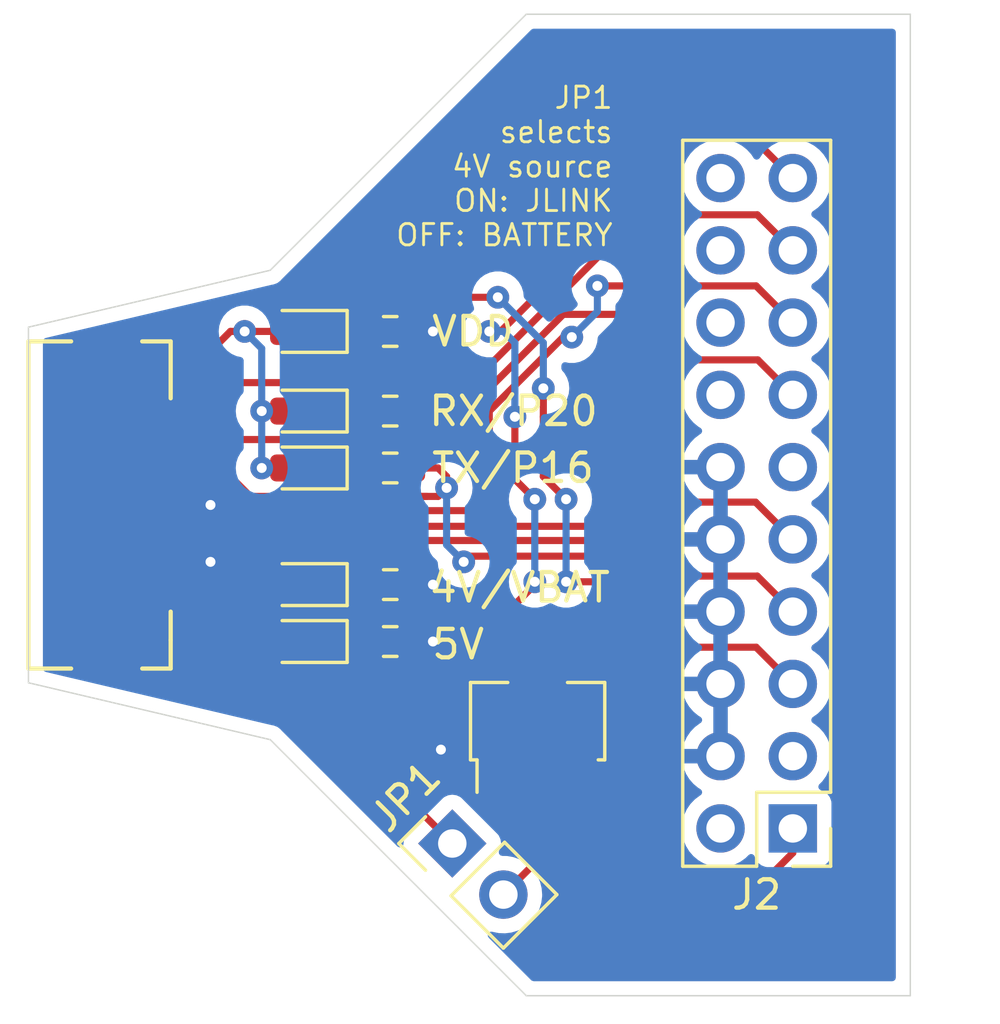
<source format=kicad_pcb>
(kicad_pcb (version 20211014) (generator pcbnew)
  (layers (0 "F.Cu" signal) (31 "B.Cu" signal) (34 "B.Paste" user) (35 "F.Paste" user) (36 "B.SilkS" user "B.Silkscreen") (37 "F.SilkS" user "F.Silkscreen") (38 "B.Mask" user) (39 "F.Mask" user) (44 "Edge.Cuts" user))
  (net 0 "")
  (net 1 "VDD")
  (net 2 "Net-(D1-Pad1)")
  (net 3 "Net-(D2-Pad1)")
  (net 4 "TXO")
  (net 5 "SWO")
  (net 6 "RXI")
  (net 7 "RESET")
  (net 8 "GND")
  (net 9 "SWDCLK")
  (net 10 "SWDIO")
  (net 11 "+BATT")
  (net 12 "+5V")
  (net 13 "+4V")
  (net 14 "Net-(D3-Pad1)")
  (net 15 "Net-(D4-Pad1)")
  (net 16 "Net-(D5-Pad1)")
  (footprint "Diode_SMD:D_0603_1608Metric" (layer "F.Cu") (at 138.81875 99.8 180)
    (fp_text reference "D1" hide)
    (fp_text value "LED" hide)
    (fp_line (start -1.485 0.735) (end 0.8 0.735) (layer "F.SilkS") (width 0.12))
    (fp_line (start 0.8 -0.735) (end -1.485 -0.735) (layer "F.SilkS") (width 0.12))
    (fp_line (start -1.485 -0.735) (end -1.485 0.735) (layer "F.SilkS") (width 0.12))
    (pad "1" smd roundrect locked (at -0.7875 0 180) (size 0.875 0.95) (layers "F.Cu" "F.Paste" "F.Mask") (net 2 "Net-(D1-Pad1)"))
    (pad "2" smd roundrect locked (at 0.7875 0 180) (size 0.875 0.95) (layers "F.Cu" "F.Paste" "F.Mask") (net 1 "VDD"))
  )
  (footprint "Diode_SMD:D_0603_1608Metric" (layer "F.Cu") (at 138.81875 97.8 180)
    (fp_text reference "D2" hide)
    (fp_text value "LED" hide)
    (fp_line (start -1.485 -0.735) (end -1.485 0.735) (layer "F.SilkS") (width 0.12))
    (fp_line (start 0.8 -0.735) (end -1.485 -0.735) (layer "F.SilkS") (width 0.12))
    (fp_line (start -1.485 0.735) (end 0.8 0.735) (layer "F.SilkS") (width 0.12))
    (pad "1" smd roundrect locked (at -0.7875 0 180) (size 0.875 0.95) (layers "F.Cu" "F.Paste" "F.Mask") (net 3 "Net-(D2-Pad1)"))
    (pad "2" smd roundrect locked (at 0.7875 0 180) (size 0.875 0.95) (layers "F.Cu" "F.Paste" "F.Mask") (net 1 "VDD"))
  )
  (footprint "Pixels-dice:JUSHUO_FPC_14" (layer "F.Cu") (at 133.25 101.1 -90)
    (fp_text reference "J1" hide)
    (fp_text value "Conn_01x14_Female" hide)
    (fp_line (start 5.75 -0.85) (end 5.75 0.15) (layer "F.SilkS") (width 0.15))
    (fp_line (start -5.75 -0.85) (end -5.75 0.15) (layer "F.SilkS") (width 0.15))
    (fp_line (start -5.75 2.65) (end -5.75 4.15) (layer "F.SilkS") (width 0.15))
    (fp_line (start -5.75 4.15) (end 5.75 4.15) (layer "F.SilkS") (width 0.15))
    (fp_line (start 4.75 -0.85) (end 5.75 -0.85) (layer "F.SilkS") (width 0.15))
    (fp_line (start 5.75 4.15) (end 5.75 2.65) (layer "F.SilkS") (width 0.15))
    (fp_line (start -3.75 -0.85) (end -5.75 -0.85) (layer "F.SilkS") (width 0.15))
    (fp_line (start 3.75 -0.85) (end 4.75 -0.85) (layer "F.SilkS") (width 0.15))
    (pad "1" smd rect locked (at -3.25 -1.35 270) (size 0.3 1.3) (layers "F.Cu" "F.Paste" "F.Mask") (net 1 "VDD"))
    (pad "2" smd rect locked (at -2.75 -1.35 270) (size 0.3 1.3) (layers "F.Cu" "F.Paste" "F.Mask") (net 1 "VDD"))
    (pad "3" smd rect locked (at -2.25 -1.35 270) (size 0.3 1.3) (layers "F.Cu" "F.Paste" "F.Mask") (net 4 "TXO"))
    (pad "4" smd rect locked (at -1.75 -1.35 270) (size 0.3 1.3) (layers "F.Cu" "F.Paste" "F.Mask") (net 5 "SWO"))
    (pad "5" smd rect locked (at -1.25 -1.35 270) (size 0.3 1.3) (layers "F.Cu" "F.Paste" "F.Mask") (net 6 "RXI"))
    (pad "6" smd rect locked (at -0.75 -1.35 270) (size 0.3 1.3) (layers "F.Cu" "F.Paste" "F.Mask") (net 7 "RESET"))
    (pad "7" smd rect locked (at -0.25 -1.35 270) (size 0.3 1.3) (layers "F.Cu" "F.Paste" "F.Mask") (net 8 "GND"))
    (pad "8" smd rect locked (at 0.25 -1.35 270) (size 0.3 1.3) (layers "F.Cu" "F.Paste" "F.Mask") (net 8 "GND"))
    (pad "9" smd rect locked (at 0.75 -1.35 270) (size 0.3 1.3) (layers "F.Cu" "F.Paste" "F.Mask") (net 9 "SWDCLK"))
    (pad "10" smd rect locked (at 1.25 -1.35 270) (size 0.3 1.3) (layers "F.Cu" "F.Paste" "F.Mask") (net 10 "SWDIO"))
    (pad "11" smd rect locked (at 1.75 -1.35 270) (size 0.3 1.3) (layers "F.Cu" "F.Paste" "F.Mask") (net 8 "GND"))
    (pad "12" smd rect locked (at 2.25 -1.35 270) (size 0.3 1.3) (layers "F.Cu" "F.Paste" "F.Mask") (net 8 "GND"))
    (pad "13" smd rect locked (at 2.75 -1.35 270) (size 0.3 1.3) (layers "F.Cu" "F.Paste" "F.Mask") (net 11 "+BATT"))
    (pad "14" smd rect locked (at 3.25 -1.35 270) (size 0.3 1.3) (layers "F.Cu" "F.Paste" "F.Mask") (net 11 "+BATT"))
    (pad "15" smd rect locked (at -4.95 1.35 270) (size 2 1.6) (layers "F.Cu" "F.Paste" "F.Mask"))
    (pad "16" smd rect locked (at 4.95 1.35 270) (size 2 1.6) (layers "F.Cu" "F.Paste" "F.Mask"))
  )
  (footprint "Connector_PinHeader_2.54mm:PinHeader_2x10_P2.54mm_Vertical" (layer "F.Cu") (at 155.97 112.47 180)
    (fp_text reference "J2" (at 1.27 -2.33 180) (layer "F.SilkS"))
    (fp_text value "Conn_02x10_Odd_Even")
    (fp_line (start 1.27 -1.33) (end 3.87 -1.33) (layer "F.SilkS") (width 0.12))
    (fp_line (start -1.33 1.27) (end 1.27 1.27) (layer "F.SilkS") (width 0.12))
    (fp_line (start -1.33 0) (end -1.33 -1.33) (layer "F.SilkS") (width 0.12))
    (fp_line (start 3.87 -1.33) (end 3.87 24.19) (layer "F.SilkS") (width 0.12))
    (fp_line (start -1.33 24.19) (end 3.87 24.19) (layer "F.SilkS") (width 0.12))
    (fp_line (start -1.33 1.27) (end -1.33 24.19) (layer "F.SilkS") (width 0.12))
    (fp_line (start -1.33 -1.33) (end 0 -1.33) (layer "F.SilkS") (width 0.12))
    (fp_line (start 1.27 1.27) (end 1.27 -1.33) (layer "F.SilkS") (width 0.12))
    (pad "1" thru_hole rect (at 0 0 180) (size 1.7 1.7) (drill 1) (layers *.Cu *.Mask) (net 1 "VDD"))
    (pad "2" thru_hole oval (at 2.54 0 180) (size 1.7 1.7) (drill 1) (layers *.Cu *.Mask))
    (pad "3" thru_hole oval (at 0 2.54 180) (size 1.7 1.7) (drill 1) (layers *.Cu *.Mask))
    (pad "4" thru_hole oval (at 2.54 2.54 180) (size 1.7 1.7) (drill 1) (layers *.Cu *.Mask) (net 8 "GND"))
    (pad "5" thru_hole oval (at 0 5.08 180) (size 1.7 1.7) (drill 1) (layers *.Cu *.Mask) (net 6 "RXI"))
    (pad "6" thru_hole oval (at 2.54 5.08 180) (size 1.7 1.7) (drill 1) (layers *.Cu *.Mask) (net 8 "GND"))
    (pad "7" thru_hole oval (at 0 7.62 180) (size 1.7 1.7) (drill 1) (layers *.Cu *.Mask) (net 10 "SWDIO"))
    (pad "8" thru_hole oval (at 2.54 7.62 180) (size 1.7 1.7) (drill 1) (layers *.Cu *.Mask) (net 8 "GND"))
    (pad "9" thru_hole oval (at 0 10.16 180) (size 1.7 1.7) (drill 1) (layers *.Cu *.Mask) (net 9 "SWDCLK"))
    (pad "10" thru_hole oval (at 2.54 10.16 180) (size 1.7 1.7) (drill 1) (layers *.Cu *.Mask) (net 8 "GND"))
    (pad "11" thru_hole oval (at 0 12.7 180) (size 1.7 1.7) (drill 1) (layers *.Cu *.Mask))
    (pad "12" thru_hole oval (at 2.54 12.7 180) (size 1.7 1.7) (drill 1) (layers *.Cu *.Mask) (net 8 "GND"))
    (pad "13" thru_hole oval (at 0 15.24 180) (size 1.7 1.7) (drill 1) (layers *.Cu *.Mask) (net 5 "SWO"))
    (pad "14" thru_hole oval (at 2.54 15.24 180) (size 1.7 1.7) (drill 1) (layers *.Cu *.Mask))
    (pad "15" thru_hole oval (at 0 17.78 180) (size 1.7 1.7) (drill 1) (layers *.Cu *.Mask) (net 7 "RESET"))
    (pad "16" thru_hole oval (at 2.54 17.78 180) (size 1.7 1.7) (drill 1) (layers *.Cu *.Mask))
    (pad "17" thru_hole oval (at 0 20.32 180) (size 1.7 1.7) (drill 1) (layers *.Cu *.Mask) (net 4 "TXO"))
    (pad "18" thru_hole oval (at 2.54 20.32 180) (size 1.7 1.7) (drill 1) (layers *.Cu *.Mask))
    (pad "19" thru_hole oval (at 0 22.86 180) (size 1.7 1.7) (drill 1) (layers *.Cu *.Mask) (net 12 "+5V"))
    (pad "20" thru_hole oval (at 2.54 22.86 180) (size 1.7 1.7) (drill 1) (layers *.Cu *.Mask))
  )
  (footprint "Resistor_SMD:R_0603_1608Metric" (layer "F.Cu") (at 141.81875 99.8)
    (fp_text reference "R1" hide)
    (fp_text value "300" hide)
    (fp_line (start -0.237258 0.5225) (end 0.237258 0.5225) (layer "F.SilkS") (width 0.12))
    (fp_line (start -0.237258 -0.5225) (end 0.237258 -0.5225) (layer "F.SilkS") (width 0.12))
    (pad "1" smd roundrect locked (at -0.825 0) (size 0.8 0.95) (layers "F.Cu" "F.Paste" "F.Mask") (net 2 "Net-(D1-Pad1)"))
    (pad "2" smd roundrect locked (at 0.825 0) (size 0.8 0.95) (layers "F.Cu" "F.Paste" "F.Mask") (net 6 "RXI"))
  )
  (footprint "Resistor_SMD:R_0603_1608Metric" (layer "F.Cu") (at 141.81875 97.8)
    (fp_text reference "R2" hide)
    (fp_text value "300" hide)
    (fp_line (start -0.237258 0.5225) (end 0.237258 0.5225) (layer "F.SilkS") (width 0.12))
    (fp_line (start -0.237258 -0.5225) (end 0.237258 -0.5225) (layer "F.SilkS") (width 0.12))
    (pad "1" smd roundrect locked (at -0.825 0) (size 0.8 0.95) (layers "F.Cu" "F.Paste" "F.Mask") (net 3 "Net-(D2-Pad1)"))
    (pad "2" smd roundrect locked (at 0.825 0) (size 0.8 0.95) (layers "F.Cu" "F.Paste" "F.Mask") (net 4 "TXO"))
  )
  (footprint "Connector_PinHeader_2.54mm:PinHeader_1x02_P2.54mm_Vertical" (layer "F.Cu") (at 144 113 45)
    (fp_text reference "JP1" (at 0 -2.33 45) (layer "F.SilkS"))
    (fp_text value "Jumper" hide)
    (fp_line (start -1.33 1.27) (end 1.33 1.27) (layer "F.SilkS") (width 0.12))
    (fp_line (start 1.33 1.27) (end 1.33 3.87) (layer "F.SilkS") (width 0.12))
    (fp_line (start -1.33 1.27) (end -1.33 3.87) (layer "F.SilkS") (width 0.12))
    (fp_line (start -1.33 -1.33) (end 0 -1.33) (layer "F.SilkS") (width 0.12))
    (fp_line (start -1.33 3.87) (end 1.33 3.87) (layer "F.SilkS") (width 0.12))
    (fp_line (start -1.33 0) (end -1.33 -1.33) (layer "F.SilkS") (width 0.12))
    (pad "1" thru_hole rect locked (at 0 0 45) (size 1.7 1.7) (drill 1) (layers *.Cu *.Mask) (net 11 "+BATT"))
    (pad "2" thru_hole oval locked (at 0 2.54 45) (size 1.7 1.7) (drill 1) (layers *.Cu *.Mask) (net 13 "+4V"))
  )
  (footprint "Package_TO_SOT_SMD:SOT-89-3" (layer "F.Cu") (at 147 109 90)
    (fp_text reference "U1" hide)
    (fp_text value "ME6209" hide)
    (fp_line (start -2.2 -2.13) (end -1.06 -2.13) (layer "F.SilkS") (width 0.12))
    (fp_line (start -1.06 -2.36) (end 1.66 -2.36) (layer "F.SilkS") (width 0.12))
    (fp_line (start -1.06 -2.36) (end -1.06 -2.13) (layer "F.SilkS") (width 0.12))
    (fp_line (start 1.66 -2.36) (end 1.66 -1.05) (layer "F.SilkS") (width 0.12))
    (fp_line (start 1.66 2.36) (end -1.06 2.36) (layer "F.SilkS") (width 0.12))
    (fp_line (start 1.66 1.05) (end 1.66 2.36) (layer "F.SilkS") (width 0.12))
    (fp_line (start -1.06 2.36) (end -1.06 2.13) (layer "F.SilkS") (width 0.12))
    (pad "1" smd rect locked (at -1.65 -1.5 90) (size 1.3 0.9) (layers "F.Cu" "F.Paste" "F.Mask") (net 8 "GND"))
    (pad "2" smd custom locked (at -1.5625 0 90) (size 1.475 0.9) (layers "F.Cu" "F.Paste" "F.Mask") (net 13 "+4V") (options (clearance outline) (anchor rect)) (primitives (gr_poly (pts (xy 3.8625 0.8665) (xy 0.7375 0.8665) (xy 0.7375 -0.8665) (xy 3.8625 -0.8665)) (width 0) (fill yes))))
    (pad "3" smd rect locked (at -1.65 1.5 90) (size 1.3 0.9) (layers "F.Cu" "F.Paste" "F.Mask") (net 12 "+5V"))
  )
  (footprint "Resistor_SMD:R_0603_1608Metric" (layer "F.Cu") (at 141.81875 95)
    (fp_text reference "R3" hide)
    (fp_text value "300" hide)
    (fp_line (start -0.237258 -0.5225) (end 0.237258 -0.5225) (layer "F.SilkS") (width 0.12))
    (fp_line (start -0.237258 0.5225) (end 0.237258 0.5225) (layer "F.SilkS") (width 0.12))
    (pad "1" smd roundrect locked (at -0.825 0) (size 0.8 0.95) (layers "F.Cu" "F.Paste" "F.Mask") (net 14 "Net-(D3-Pad1)"))
    (pad "2" smd roundrect locked (at 0.825 0) (size 0.8 0.95) (layers "F.Cu" "F.Paste" "F.Mask") (net 8 "GND"))
  )
  (footprint "Diode_SMD:D_0603_1608Metric" (layer "F.Cu") (at 138.81875 95 180)
    (fp_text reference "D3" hide)
    (fp_text value "LED" hide)
    (fp_line (start 0.8 -0.735) (end -1.485 -0.735) (layer "F.SilkS") (width 0.12))
    (fp_line (start -1.485 0.735) (end 0.8 0.735) (layer "F.SilkS") (width 0.12))
    (fp_line (start -1.485 -0.735) (end -1.485 0.735) (layer "F.SilkS") (width 0.12))
    (pad "1" smd roundrect locked (at -0.7875 0 180) (size 0.875 0.95) (layers "F.Cu" "F.Paste" "F.Mask") (net 14 "Net-(D3-Pad1)"))
    (pad "2" smd roundrect locked (at 0.7875 0 180) (size 0.875 0.95) (layers "F.Cu" "F.Paste" "F.Mask") (net 1 "VDD"))
  )
  (footprint "Resistor_SMD:R_0603_1608Metric" (layer "F.Cu") (at 141.81875 103.9)
    (fp_text reference "R4" hide)
    (fp_text value "360" hide)
    (fp_line (start -0.237258 0.5225) (end 0.237258 0.5225) (layer "F.SilkS") (width 0.12))
    (fp_line (start -0.237258 -0.5225) (end 0.237258 -0.5225) (layer "F.SilkS") (width 0.12))
    (pad "1" smd roundrect locked (at -0.825 0) (size 0.8 0.95) (layers "F.Cu" "F.Paste" "F.Mask") (net 15 "Net-(D4-Pad1)"))
    (pad "2" smd roundrect locked (at 0.825 0) (size 0.8 0.95) (layers "F.Cu" "F.Paste" "F.Mask") (net 8 "GND"))
  )
  (footprint "Diode_SMD:D_0603_1608Metric" (layer "F.Cu") (at 138.81875 105.9 180)
    (fp_text reference "D5" hide)
    (fp_text value "LED" hide)
    (fp_line (start 0.8 -0.735) (end -1.485 -0.735) (layer "F.SilkS") (width 0.12))
    (fp_line (start -1.485 -0.735) (end -1.485 0.735) (layer "F.SilkS") (width 0.12))
    (fp_line (start -1.485 0.735) (end 0.8 0.735) (layer "F.SilkS") (width 0.12))
    (pad "1" smd roundrect locked (at -0.7875 0 180) (size 0.875 0.95) (layers "F.Cu" "F.Paste" "F.Mask") (net 16 "Net-(D5-Pad1)"))
    (pad "2" smd roundrect locked (at 0.7875 0 180) (size 0.875 0.95) (layers "F.Cu" "F.Paste" "F.Mask") (net 12 "+5V"))
  )
  (footprint "Resistor_SMD:R_0603_1608Metric" (layer "F.Cu") (at 141.81875 105.9)
    (fp_text reference "R5" hide)
    (fp_text value "470" hide)
    (fp_line (start -0.237258 0.5225) (end 0.237258 0.5225) (layer "F.SilkS") (width 0.12))
    (fp_line (start -0.237258 -0.5225) (end 0.237258 -0.5225) (layer "F.SilkS") (width 0.12))
    (pad "1" smd roundrect locked (at -0.825 0) (size 0.8 0.95) (layers "F.Cu" "F.Paste" "F.Mask") (net 16 "Net-(D5-Pad1)"))
    (pad "2" smd roundrect locked (at 0.825 0) (size 0.8 0.95) (layers "F.Cu" "F.Paste" "F.Mask") (net 8 "GND"))
  )
  (footprint "Diode_SMD:D_0603_1608Metric" (layer "F.Cu") (at 138.81875 103.9 180)
    (fp_text reference "D4" hide)
    (fp_text value "LED" hide)
    (fp_line (start 0.8 -0.735) (end -1.485 -0.735) (layer "F.SilkS") (width 0.12))
    (fp_line (start -1.485 0.735) (end 0.8 0.735) (layer "F.SilkS") (width 0.12))
    (fp_line (start -1.485 -0.735) (end -1.485 0.735) (layer "F.SilkS") (width 0.12))
    (pad "1" smd roundrect locked (at -0.7875 0 180) (size 0.875 0.95) (layers "F.Cu" "F.Paste" "F.Mask") (net 15 "Net-(D4-Pad1)"))
    (pad "2" smd roundrect locked (at 0.7875 0 180) (size 0.875 0.95) (layers "F.Cu" "F.Paste" "F.Mask") (net 11 "+BATT"))
  )
  (gr_line (start 129.1 107.35) (end 137.6 109.35) (layer "Edge.Cuts") (width 0.05))
  (gr_line (start 146.6 83.85) (end 160.1 83.85) (layer "Edge.Cuts") (width 0.05))
  (gr_line (start 146.6 118.35) (end 160.1 118.35) (layer "Edge.Cuts") (width 0.05))
  (gr_line (start 137.6 109.35) (end 146.6 118.35) (layer "Edge.Cuts") (width 0.05))
  (gr_line (start 160.1 118.35) (end 160.1 83.85) (layer "Edge.Cuts") (width 0.05))
  (gr_line (start 129.1 96.35) (end 129.1 94.85) (layer "Edge.Cuts") (width 0.05))
  (gr_line (start 129.1 94.85) (end 137.6 92.85) (layer "Edge.Cuts") (width 0.05))
  (gr_line (start 129.1 96.35) (end 129.1 107.35) (layer "Edge.Cuts") (width 0.05))
  (gr_line (start 137.6 92.85) (end 146.6 83.85) (layer "Edge.Cuts") (width 0.05))
  (gr_text "RX/P20" (at 143.1 97.8) (layer "F.SilkS") (effects (font (size 1 1)) (justify left)))
  (gr_text "TX/P16" (at 143.2 99.8) (layer "F.SilkS") (effects (font (size 1 1)) (justify left)))
  (gr_text "4V/VBAT" (at 143.1 104) (layer "F.SilkS") (effects (font (size 1 1)) (justify left)))
  (gr_text "5V" (at 143.2 106) (layer "F.SilkS") (effects (font (size 1 1)) (justify left)))
  (gr_text "VDD" (at 143.2 95) (layer "F.SilkS") (effects (font (size 1 1)) (justify left)))
  (gr_text "JP1\nselects\n4V source\nON: JLINK\nOFF: BATTERY" (at 149.7 89.2) (layer "F.SilkS") (effects (font (size 0.75 0.75) (thickness 0.1)) (justify right)))
  (segment (start 150.6 105.3) (end 149.1 103.8) (width 0.25) (layer "F.Cu") (net 1))
  (segment (start 135.45 98.35) (end 135.55 98.25) (width 0.25) (layer "F.Cu") (net 1))
  (segment (start 137.88125 97.65) (end 138.03125 97.8) (width 0.25) (layer "F.Cu") (net 1))
  (segment (start 150.6 113.4) (end 150.6 105.3) (width 0.25) (layer "F.Cu") (net 1))
  (segment (start 138.03125 97.8) (end 137.3 97.8) (width 0.25) (layer "F.Cu") (net 1))
  (segment (start 147.2 98) (end 147.2 100.1) (width 0.25) (layer "F.Cu") (net 1))
  (segment (start 135.55 97.85) (end 135.55 95.65) (width 0.25) (layer "F.Cu") (net 1))
  (segment (start 134.6 97.85) (end 135.55 97.85) (width 0.25) (layer "F.Cu") (net 1))
  (segment (start 155.97 113.33) (end 154.9 114.4) (width 0.25) (layer "F.Cu") (net 1))
  (segment (start 154.9 114.4) (end 151.6 114.4) (width 0.25) (layer "F.Cu") (net 1))
  (segment (start 136.2 95) (end 136.7 95) (width 0.25) (layer "F.Cu") (net 1))
  (segment (start 155.97 112.47) (end 155.97 113.33) (width 0.25) (layer "F.Cu") (net 1))
  (segment (start 147.2 97) (end 147.2 98) (width 0.25) (layer "F.Cu") (net 1))
  (segment (start 138.03125 95) (end 136.7 95) (width 0.25) (layer "F.Cu") (net 1))
  (segment (start 138.03125 99.8) (end 137.3 99.8) (width 0.25) (layer "F.Cu") (net 1))
  (segment (start 147.2 100.1) (end 148 100.9) (width 0.25) (layer "F.Cu") (net 1))
  (segment (start 134.6 98.35) (end 135.45 98.35) (width 0.25) (layer "F.Cu") (net 1))
  (segment (start 151.6 114.4) (end 150.6 113.4) (width 0.25) (layer "F.Cu") (net 1))
  (segment (start 138.03125 95) (end 138.03125 94.3875) (width 0.25) (layer "F.Cu") (net 1))
  (segment (start 135.55 98.25) (end 135.55 97.85) (width 0.25) (layer "F.Cu") (net 1))
  (segment (start 138.03125 94.3875) (end 138.61875 93.8) (width 0.25) (layer "F.Cu") (net 1))
  (segment (start 138.61875 93.8) (end 145.6 93.8) (width 0.25) (layer "F.Cu") (net 1))
  (segment (start 135.55 95.65) (end 136.2 95) (width 0.25) (layer "F.Cu") (net 1))
  (segment (start 149.1 103.8) (end 148 103.8) (width 0.25) (layer "F.Cu") (net 1))
  (via (at 137.3 97.8) (size 0.8) (drill 0.35) (layers "F.Cu" "B.Cu") (net 1))
  (via (at 147.2 97) (size 0.8) (drill 0.35) (layers "F.Cu" "B.Cu") (net 1))
  (via (at 137.3 99.8) (size 0.8) (drill 0.35) (layers "F.Cu" "B.Cu") (net 1))
  (via (at 148 100.9) (size 0.8) (drill 0.35) (layers "F.Cu" "B.Cu") (net 1))
  (via (at 145.6 93.8) (size 0.8) (drill 0.35) (layers "F.Cu" "B.Cu") (net 1))
  (via (at 148 103.8) (size 0.8) (drill 0.35) (layers "F.Cu" "B.Cu") (net 1))
  (via (at 136.7 95) (size 0.8) (drill 0.35) (layers "F.Cu" "B.Cu") (net 1))
  (segment (start 137.3 95.6) (end 136.7 95) (width 0.25) (layer "B.Cu") (net 1))
  (segment (start 137.3 97.8) (end 137.3 95.6) (width 0.25) (layer "B.Cu") (net 1))
  (segment (start 137.3 99.8) (end 137.3 97.8) (width 0.25) (layer "B.Cu") (net 1))
  (segment (start 148 100.9) (end 148 103.8) (width 0.25) (layer "B.Cu") (net 1))
  (segment (start 147.2 95.4) (end 147.2 97) (width 0.25) (layer "B.Cu") (net 1))
  (segment (start 145.6 93.8) (end 147.2 95.4) (width 0.25) (layer "B.Cu") (net 1))
  (segment (start 139.60625 99.8) (end 140.99375 99.8) (width 0.25) (layer "F.Cu") (net 2))
  (segment (start 139.60625 97.8) (end 140.99375 97.8) (width 0.25) (layer "F.Cu") (net 3))
  (segment (start 154.72 90.9) (end 155.97 92.15) (width 0.25) (layer "F.Cu") (net 4))
  (segment (start 143.31875 97.8) (end 143.6 97.51875) (width 0.25) (layer "F.Cu") (net 4))
  (segment (start 143.6 97.51875) (end 143.6 96.8) (width 0.25) (layer "F.Cu") (net 4))
  (segment (start 144.7 96.8) (end 150.6 90.9) (width 0.25) (layer "F.Cu") (net 4))
  (segment (start 136.1 97.2) (end 136.5 96.8) (width 0.25) (layer "F.Cu") (net 4))
  (segment (start 136.1 98.4) (end 136.1 97.2) (width 0.25) (layer "F.Cu") (net 4))
  (segment (start 136.5 96.8) (end 143.6 96.8) (width 0.25) (layer "F.Cu") (net 4))
  (segment (start 150.6 90.9) (end 154.72 90.9) (width 0.25) (layer "F.Cu") (net 4))
  (segment (start 142.64375 97.8) (end 143.31875 97.8) (width 0.25) (layer "F.Cu") (net 4))
  (segment (start 134.6 98.85) (end 135.65 98.85) (width 0.25) (layer "F.Cu") (net 4))
  (segment (start 143.6 96.8) (end 144.7 96.8) (width 0.25) (layer "F.Cu") (net 4))
  (segment (start 135.65 98.85) (end 136.1 98.4) (width 0.25) (layer "F.Cu") (net 4))
  (segment (start 154.74 96) (end 155.97 97.23) (width 0.25) (layer "F.Cu") (net 5))
  (segment (start 136.6 98.8) (end 143.5 98.8) (width 0.25) (layer "F.Cu") (net 5))
  (segment (start 150.2 94.4) (end 151.8 96) (width 0.25) (layer "F.Cu") (net 5))
  (segment (start 136.05 99.35) (end 136.6 98.8) (width 0.25) (layer "F.Cu") (net 5))
  (segment (start 143.5 98.8) (end 147.9 94.4) (width 0.25) (layer "F.Cu") (net 5))
  (segment (start 147.9 94.4) (end 150.2 94.4) (width 0.25) (layer "F.Cu") (net 5))
  (segment (start 151.8 96) (end 154.74 96) (width 0.25) (layer "F.Cu") (net 5))
  (segment (start 134.6 99.35) (end 136.05 99.35) (width 0.25) (layer "F.Cu") (net 5))
  (segment (start 143.5 99.8) (end 143.8 100.1) (width 0.25) (layer "F.Cu") (net 6))
  (segment (start 142.2 100.8) (end 143.5 100.8) (width 0.25) (layer "F.Cu") (net 6))
  (segment (start 143.1 99.8) (end 142.64375 99.8) (width 0.25) (layer "F.Cu") (net 6))
  (segment (start 142.2 100.8) (end 136.9 100.8) (width 0.25) (layer "F.Cu") (net 6))
  (segment (start 135.95 99.85) (end 134.6 99.85) (width 0.25) (layer "F.Cu") (net 6))
  (segment (start 149 102.9) (end 152.2 106.1) (width 0.25) (layer "F.Cu") (net 6))
  (segment (start 143.1 100.8) (end 142.2 100.8) (width 0.25) (layer "F.Cu") (net 6))
  (segment (start 154.68 106.1) (end 155.97 107.39) (width 0.25) (layer "F.Cu") (net 6))
  (segment (start 152.2 106.1) (end 154.68 106.1) (width 0.25) (layer "F.Cu") (net 6))
  (segment (start 143.5 100.8) (end 143.8 100.5) (width 0.25) (layer "F.Cu") (net 6))
  (segment (start 136.9 100.8) (end 135.95 99.85) (width 0.25) (layer "F.Cu") (net 6))
  (segment (start 143.8 100.5) (end 143.8 100.1) (width 0.25) (layer "F.Cu") (net 6))
  (segment (start 144.2 102.9) (end 149 102.9) (width 0.25) (layer "F.Cu") (net 6))
  (segment (start 142.64375 99.8) (end 143.5 99.8) (width 0.25) (layer "F.Cu") (net 6))
  (segment (start 144.4 103.1) (end 144.2 102.9) (width 0.25) (layer "F.Cu") (net 6))
  (via (at 144.4 103.1) (size 0.8) (drill 0.35) (layers "F.Cu" "B.Cu") (net 6))
  (via (at 143.8 100.5) (size 0.8) (drill 0.35) (layers "F.Cu" "B.Cu") (net 6))
  (segment (start 143.8 100.5) (end 143.8 102.5) (width 0.25) (layer "B.Cu") (net 6))
  (segment (start 143.8 102.5) (end 144.4 103.1) (width 0.25) (layer "B.Cu") (net 6))
  (segment (start 144.6 101.3) (end 145.3 100.6) (width 0.25) (layer "F.Cu") (net 7))
  (segment (start 145.3 97.8) (end 147.9 95.2) (width 0.25) (layer "F.Cu") (net 7))
  (segment (start 134.6 100.35) (end 135.85 100.35) (width 0.25) (layer "F.Cu") (net 7))
  (segment (start 136.8 101.3) (end 144.6 101.3) (width 0.25) (layer "F.Cu") (net 7))
  (segment (start 149.1 93.4) (end 154.68 93.4) (width 0.25) (layer "F.Cu") (net 7))
  (segment (start 147.9 95.2) (end 148.2 95.2) (width 0.25) (layer "F.Cu") (net 7))
  (segment (start 154.68 93.4) (end 155.97 94.69) (width 0.25) (layer "F.Cu") (net 7))
  (segment (start 145.3 100.6) (end 145.3 97.8) (width 0.25) (layer "F.Cu") (net 7))
  (segment (start 135.85 100.35) (end 136.8 101.3) (width 0.25) (layer "F.Cu") (net 7))
  (via (at 149.1 93.4) (size 0.8) (drill 0.35) (layers "F.Cu" "B.Cu") (net 7))
  (via (at 148.2 95.2) (size 0.8) (drill 0.35) (layers "F.Cu" "B.Cu") (net 7))
  (segment (start 149.1 94.3) (end 148.2 95.2) (width 0.25) (layer "B.Cu") (net 7))
  (segment (start 149.1 93.4) (end 149.1 94.3) (width 0.25) (layer "B.Cu") (net 7))
  (segment (start 142.64375 95) (end 143.31875 95) (width 0.25) (layer "F.Cu") (net 8))
  (segment (start 134.6 100.85) (end 135.25 100.85) (width 0.25) (layer "F.Cu") (net 8))
  (segment (start 142.64375 103.9) (end 143.31875 103.9) (width 0.25) (layer "F.Cu") (net 8))
  (segment (start 134.6 103.35) (end 135.25 103.35) (width 0.25) (layer "F.Cu") (net 8))
  (segment (start 134.6 101.35) (end 135.25 101.35) (width 0.25) (layer "F.Cu") (net 8))
  (segment (start 135.25 100.85) (end 135.5 101.1) (width 0.25) (layer "F.Cu") (net 8))
  (segment (start 135.25 101.35) (end 135.5 101.1) (width 0.25) (layer "F.Cu") (net 8))
  (segment (start 142.64375 105.9) (end 143.31875 105.9) (width 0.25) (layer "F.Cu") (net 8))
  (segment (start 145.5 110.65) (end 144.55 110.65) (width 0.25) (layer "F.Cu") (net 8))
  (segment (start 135.25 103.35) (end 135.5 103.1) (width 0.25) (layer "F.Cu") (net 8))
  (segment (start 134.6 102.85) (end 135.25 102.85) (width 0.25) (layer "F.Cu") (net 8))
  (segment (start 135.25 102.85) (end 135.5 103.1) (width 0.25) (layer "F.Cu") (net 8))
  (segment (start 144.55 110.65) (end 143.6 109.7) (width 0.25) (layer "F.Cu") (net 8))
  (via (at 135.5 101.1) (size 0.8) (drill 0.35) (layers "F.Cu" "B.Cu") (net 8))
  (via (at 143.6 109.7) (size 0.8) (drill 0.35) (layers "F.Cu" "B.Cu") (net 8))
  (via (at 143.31875 95) (size 0.8) (drill 0.35) (layers "F.Cu" "B.Cu") (net 8))
  (via (at 143.31875 103.9) (size 0.8) (drill 0.35) (layers "F.Cu" "B.Cu") (net 8))
  (via (at 143.31875 105.9) (size 0.8) (drill 0.35) (layers "F.Cu" "B.Cu") (net 8))
  (via (at 135.5 103.1) (size 0.8) (drill 0.35) (layers "F.Cu" "B.Cu") (net 8))
  (segment (start 151.55 101.85) (end 152.4 101) (width 0.25) (layer "F.Cu") (net 9))
  (segment (start 134.6 101.85) (end 151.55 101.85) (width 0.25) (layer "F.Cu") (net 9))
  (segment (start 154.66 101) (end 155.97 102.31) (width 0.25) (layer "F.Cu") (net 9))
  (segment (start 152.4 101) (end 154.66 101) (width 0.25) (layer "F.Cu") (net 9))
  (segment (start 134.6 102.35) (end 151.25 102.35) (width 0.25) (layer "F.Cu") (net 10))
  (segment (start 151.25 102.35) (end 152.5 103.6) (width 0.25) (layer "F.Cu") (net 10))
  (segment (start 154.72 103.6) (end 155.97 104.85) (width 0.25) (layer "F.Cu") (net 10))
  (segment (start 152.5 103.6) (end 154.72 103.6) (width 0.25) (layer "F.Cu") (net 10))
  (segment (start 135.35 103.85) (end 135.9 104.4) (width 0.25) (layer "F.Cu") (net 11))
  (segment (start 134.6 103.85) (end 135.35 103.85) (width 0.25) (layer "F.Cu") (net 11))
  (segment (start 136.2 104.7) (end 136.2 107.5) (width 0.25) (layer "F.Cu") (net 11))
  (segment (start 135.85 104.35) (end 135.9 104.4) (width 0.25) (layer "F.Cu") (net 11))
  (segment (start 139.2 108.2) (end 144 113) (width 0.25) (layer "F.Cu") (net 11))
  (segment (start 135.35 103.85) (end 135.4 103.9) (width 0.25) (layer "F.Cu") (net 11))
  (segment (start 136.9 108.2) (end 139.2 108.2) (width 0.25) (layer "F.Cu") (net 11))
  (segment (start 135.4 103.9) (end 138.03125 103.9) (width 0.25) (layer "F.Cu") (net 11))
  (segment (start 135.9 104.4) (end 136.2 104.7) (width 0.25) (layer "F.Cu") (net 11))
  (segment (start 134.6 104.35) (end 135.85 104.35) (width 0.25) (layer "F.Cu") (net 11))
  (segment (start 136.2 107.5) (end 136.9 108.2) (width 0.25) (layer "F.Cu") (net 11))
  (segment (start 147 106) (end 145.9 104.9) (width 0.25) (layer "F.Cu") (net 12))
  (segment (start 146.2 100.2) (end 146.2 98) (width 0.25) (layer "F.Cu") (net 12))
  (segment (start 146.9 103.8) (end 146.9 103.9) (width 0.25) (layer "F.Cu") (net 12))
  (segment (start 148.5 110.65) (end 149.45 110.65) (width 0.25) (layer "F.Cu") (net 12))
  (segment (start 154.46 88.1) (end 155.97 89.61) (width 0.25) (layer "F.Cu") (net 12))
  (segment (start 138.41875 104.9) (end 145.9 104.9) (width 0.25) (layer "F.Cu") (net 12))
  (segment (start 146.9 103.9) (end 145.9 104.9) (width 0.25) (layer "F.Cu") (net 12))
  (segment (start 152.6 88.1) (end 154.46 88.1) (width 0.25) (layer "F.Cu") (net 12))
  (segment (start 145.3 95) (end 145.7 95) (width 0.25) (layer "F.Cu") (net 12))
  (segment (start 149.9 106.6) (end 149.3 106) (width 0.25) (layer "F.Cu") (net 12))
  (segment (start 145.7 95) (end 152.6 88.1) (width 0.25) (layer "F.Cu") (net 12))
  (segment (start 149.9 110.2) (end 149.9 106.6) (width 0.25) (layer "F.Cu") (net 12))
  (segment (start 149.45 110.65) (end 149.9 110.2) (width 0.25) (layer "F.Cu") (net 12))
  (segment (start 146.9 100.9) (end 146.2 100.2) (width 0.25) (layer "F.Cu") (net 12))
  (segment (start 138.03125 105.9) (end 138.03125 105.2875) (width 0.25) (layer "F.Cu") (net 12))
  (segment (start 149.3 106) (end 147 106) (width 0.25) (layer "F.Cu") (net 12))
  (segment (start 138.03125 105.2875) (end 138.41875 104.9) (width 0.25) (layer "F.Cu") (net 12))
  (via (at 145.3 95) (size 0.8) (drill 0.35) (layers "F.Cu" "B.Cu") (net 12))
  (via (at 146.9 100.9) (size 0.8) (drill 0.35) (layers "F.Cu" "B.Cu") (net 12))
  (via (at 146.2 98) (size 0.8) (drill 0.35) (layers "F.Cu" "B.Cu") (net 12))
  (via (at 146.9 103.8) (size 0.8) (drill 0.35) (layers "F.Cu" "B.Cu") (net 12))
  (segment (start 146.9 103.6) (end 146.9 100.9) (width 0.25) (layer "B.Cu") (net 12))
  (segment (start 145.8 95) (end 145.3 95) (width 0.25) (layer "B.Cu") (net 12))
  (segment (start 146.2 98) (end 146.2 95.4) (width 0.25) (layer "B.Cu") (net 12))
  (segment (start 146.2 95.4) (end 145.8 95) (width 0.25) (layer "B.Cu") (net 12))
  (segment (start 146.9 103.8) (end 146.9 103.6) (width 0.25) (layer "B.Cu") (net 12))
  (segment (start 147 110.5625) (end 147 113.592102) (width 0.25) (layer "F.Cu") (net 13))
  (segment (start 147 113.592102) (end 145.796051 114.796051) (width 0.25) (layer "F.Cu") (net 13))
  (segment (start 139.60625 95) (end 140.99375 95) (width 0.25) (layer "F.Cu") (net 14))
  (segment (start 139.60625 103.9) (end 140.99375 103.9) (width 0.25) (layer "F.Cu") (net 15))
  (segment (start 139.60625 105.9) (end 140.99375 105.9) (width 0.25) (layer "F.Cu") (net 16))
  (zone (net 8) (net_name "GND") (layer "B.Cu") (connect_pads (clearance 0.508)) (min_thickness 0.254) (fill yes (thermal_gap 0.508) (thermal_bridge_width 0.508))
    (polygon (pts (xy 161.1 119.35) (xy 146.1 119.35) (xy 137.1 110.35) (xy 128.1 108.1) (xy 128.1 94.35) (xy 137.1 92.35) (xy 146.1 83.35) (xy 161.1 83.35)))
  )
)
</source>
